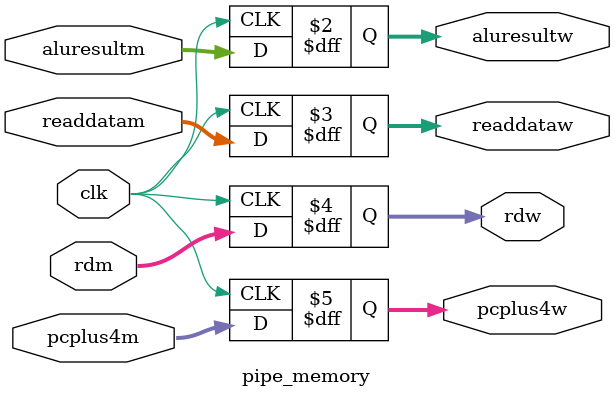
<source format=sv>
module pipe_memory # (
    parameter DATA_WIDTH = 32,
    ADDRESS_WIDTH = 32,
    WRITE_WIDTH = 5
)(
    input logic clk,
    input logic [DATA_WIDTH-1:0] aluresultm,
    input logic [DATA_WIDTH-1:0] readdatam,
    input logic [WRITE_WIDTH-1:0] rdm,
    input logic [DATA_WIDTH-1:0] pcplus4m,
    
    output logic [DATA_WIDTH-1:0] aluresultw,
    output logic [DATA_WIDTH-1:0] readdataw,
    output logic [WRITE_WIDTH-1:0] rdw,
    output logic [DATA_WIDTH-1:0] pcplus4w

);



    always_ff @(posedge clk) begin
        
        regwritew <= regwritem;
        resultsrcw <= resultsrcm;

        aluresultw <= aluresultm;
        readdataw <= readdatam;
        rdw <= rdm;
        pcplus4w <= pcplus4m;


    end


endmodule

</source>
